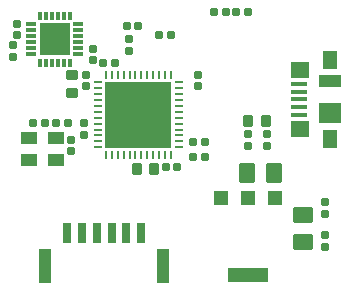
<source format=gbr>
%TF.GenerationSoftware,Altium Limited,Altium Designer,25.4.2 (15)*%
G04 Layer_Color=8421504*
%FSLAX45Y45*%
%MOMM*%
%TF.SameCoordinates,67C836F6-C9C3-4B7B-B257-39D1A88473F1*%
%TF.FilePolarity,Positive*%
%TF.FileFunction,Paste,Top*%
%TF.Part,Single*%
G01*
G75*
%TA.AperFunction,SMDPad,CuDef*%
%ADD10R,0.65000X1.70000*%
%ADD11R,1.00000X2.90000*%
%ADD12R,3.50000X1.25000*%
%ADD13R,1.25000X1.25000*%
%ADD14R,5.60000X5.60000*%
%ADD15O,0.25000X0.80000*%
%ADD16O,0.80000X0.25000*%
%TA.AperFunction,ConnectorPad*%
%ADD17R,1.38000X0.45000*%
%ADD18R,1.55000X1.42500*%
%ADD19R,1.90000X1.00000*%
%ADD20R,1.90000X1.80000*%
%ADD21R,1.30000X1.65000*%
%TA.AperFunction,SMDPad,CuDef*%
%ADD22R,2.60000X2.70000*%
%ADD23R,0.35000X0.80000*%
%ADD24R,0.85000X0.35000*%
G04:AMPARAMS|DCode=25|XSize=0.6mm|YSize=0.7mm|CornerRadius=0.075mm|HoleSize=0mm|Usage=FLASHONLY|Rotation=270.000|XOffset=0mm|YOffset=0mm|HoleType=Round|Shape=RoundedRectangle|*
%AMROUNDEDRECTD25*
21,1,0.60000,0.55000,0,0,270.0*
21,1,0.45000,0.70000,0,0,270.0*
1,1,0.15000,-0.27500,-0.22500*
1,1,0.15000,-0.27500,0.22500*
1,1,0.15000,0.27500,0.22500*
1,1,0.15000,0.27500,-0.22500*
%
%ADD25ROUNDEDRECTD25*%
G04:AMPARAMS|DCode=26|XSize=1.4mm|YSize=1.7mm|CornerRadius=0.175mm|HoleSize=0mm|Usage=FLASHONLY|Rotation=180.000|XOffset=0mm|YOffset=0mm|HoleType=Round|Shape=RoundedRectangle|*
%AMROUNDEDRECTD26*
21,1,1.40000,1.35000,0,0,180.0*
21,1,1.05000,1.70000,0,0,180.0*
1,1,0.35000,-0.52500,0.67500*
1,1,0.35000,0.52500,0.67500*
1,1,0.35000,0.52500,-0.67500*
1,1,0.35000,-0.52500,-0.67500*
%
%ADD26ROUNDEDRECTD26*%
G04:AMPARAMS|DCode=27|XSize=0.8mm|YSize=1mm|CornerRadius=0.1mm|HoleSize=0mm|Usage=FLASHONLY|Rotation=0.000|XOffset=0mm|YOffset=0mm|HoleType=Round|Shape=RoundedRectangle|*
%AMROUNDEDRECTD27*
21,1,0.80000,0.80000,0,0,0.0*
21,1,0.60000,1.00000,0,0,0.0*
1,1,0.20000,0.30000,-0.40000*
1,1,0.20000,-0.30000,-0.40000*
1,1,0.20000,-0.30000,0.40000*
1,1,0.20000,0.30000,0.40000*
%
%ADD27ROUNDEDRECTD27*%
G04:AMPARAMS|DCode=28|XSize=0.8mm|YSize=1mm|CornerRadius=0.1mm|HoleSize=0mm|Usage=FLASHONLY|Rotation=90.000|XOffset=0mm|YOffset=0mm|HoleType=Round|Shape=RoundedRectangle|*
%AMROUNDEDRECTD28*
21,1,0.80000,0.80000,0,0,90.0*
21,1,0.60000,1.00000,0,0,90.0*
1,1,0.20000,0.40000,0.30000*
1,1,0.20000,0.40000,-0.30000*
1,1,0.20000,-0.40000,-0.30000*
1,1,0.20000,-0.40000,0.30000*
%
%ADD28ROUNDEDRECTD28*%
G04:AMPARAMS|DCode=29|XSize=1.4mm|YSize=1.7mm|CornerRadius=0.175mm|HoleSize=0mm|Usage=FLASHONLY|Rotation=270.000|XOffset=0mm|YOffset=0mm|HoleType=Round|Shape=RoundedRectangle|*
%AMROUNDEDRECTD29*
21,1,1.40000,1.35000,0,0,270.0*
21,1,1.05000,1.70000,0,0,270.0*
1,1,0.35000,-0.67500,-0.52500*
1,1,0.35000,-0.67500,0.52500*
1,1,0.35000,0.67500,0.52500*
1,1,0.35000,0.67500,-0.52500*
%
%ADD29ROUNDEDRECTD29*%
G04:AMPARAMS|DCode=30|XSize=0.6mm|YSize=0.7mm|CornerRadius=0.075mm|HoleSize=0mm|Usage=FLASHONLY|Rotation=0.000|XOffset=0mm|YOffset=0mm|HoleType=Round|Shape=RoundedRectangle|*
%AMROUNDEDRECTD30*
21,1,0.60000,0.55000,0,0,0.0*
21,1,0.45000,0.70000,0,0,0.0*
1,1,0.15000,0.22500,-0.27500*
1,1,0.15000,-0.22500,-0.27500*
1,1,0.15000,-0.22500,0.27500*
1,1,0.15000,0.22500,0.27500*
%
%ADD30ROUNDEDRECTD30*%
G04:AMPARAMS|DCode=32|XSize=1.3mm|YSize=1.1mm|CornerRadius=0.055mm|HoleSize=0mm|Usage=FLASHONLY|Rotation=0.000|XOffset=0mm|YOffset=0mm|HoleType=Round|Shape=RoundedRectangle|*
%AMROUNDEDRECTD32*
21,1,1.30000,0.99000,0,0,0.0*
21,1,1.19000,1.10000,0,0,0.0*
1,1,0.11000,0.59500,-0.49500*
1,1,0.11000,-0.59500,-0.49500*
1,1,0.11000,-0.59500,0.49500*
1,1,0.11000,0.59500,0.49500*
%
%ADD32ROUNDEDRECTD32*%
D10*
X9047500Y6500000D02*
D03*
X9172500D02*
D03*
X9422500D02*
D03*
X9547500D02*
D03*
X9297500D02*
D03*
X9672500D02*
D03*
D11*
X8862500Y6220000D02*
D03*
X9857500D02*
D03*
D12*
X10580000Y6140500D02*
D03*
D13*
X10351000Y6799500D02*
D03*
X10580000D02*
D03*
X10809000D02*
D03*
D14*
X9650000Y7500000D02*
D03*
D15*
X9375000Y7840000D02*
D03*
X9425000D02*
D03*
X9475000D02*
D03*
X9525000D02*
D03*
X9575000D02*
D03*
X9625000D02*
D03*
X9675000D02*
D03*
X9725000D02*
D03*
X9775000D02*
D03*
X9825000D02*
D03*
X9875000D02*
D03*
X9925000D02*
D03*
Y7160000D02*
D03*
X9875000D02*
D03*
X9825000D02*
D03*
X9775000D02*
D03*
X9725000D02*
D03*
X9675000D02*
D03*
X9625000D02*
D03*
X9575000D02*
D03*
X9525000D02*
D03*
X9475000D02*
D03*
X9425000D02*
D03*
X9375000D02*
D03*
D16*
X9990000Y7775000D02*
D03*
Y7725000D02*
D03*
Y7675000D02*
D03*
Y7625000D02*
D03*
Y7575000D02*
D03*
Y7525000D02*
D03*
Y7475000D02*
D03*
Y7425000D02*
D03*
Y7375000D02*
D03*
Y7325000D02*
D03*
Y7275000D02*
D03*
Y7225000D02*
D03*
X9310000D02*
D03*
Y7275000D02*
D03*
Y7325000D02*
D03*
Y7375000D02*
D03*
Y7425000D02*
D03*
Y7475000D02*
D03*
Y7525000D02*
D03*
Y7575000D02*
D03*
Y7625000D02*
D03*
Y7675000D02*
D03*
Y7725000D02*
D03*
Y7775000D02*
D03*
D17*
X11009000Y7760000D02*
D03*
Y7695000D02*
D03*
Y7630000D02*
D03*
Y7565000D02*
D03*
Y7500000D02*
D03*
D18*
X11017500Y7878750D02*
D03*
Y7381250D02*
D03*
D19*
X11275000Y7785000D02*
D03*
D20*
Y7515000D02*
D03*
D21*
Y7967500D02*
D03*
Y7292500D02*
D03*
D22*
X8941680Y8139820D02*
D03*
D23*
X8816680Y7939820D02*
D03*
X8866680D02*
D03*
X8916680D02*
D03*
X8966680D02*
D03*
X9016680D02*
D03*
X9066680D02*
D03*
X8816680Y8339820D02*
D03*
X8866680D02*
D03*
X8916680D02*
D03*
X8966680D02*
D03*
X9016680D02*
D03*
X9066680D02*
D03*
D24*
X9139180Y8014820D02*
D03*
Y8064820D02*
D03*
Y8114820D02*
D03*
Y8164820D02*
D03*
Y8214820D02*
D03*
Y8264820D02*
D03*
X8744180Y8014820D02*
D03*
Y8064820D02*
D03*
Y8114820D02*
D03*
Y8164820D02*
D03*
Y8214820D02*
D03*
Y8264820D02*
D03*
D25*
X11230000Y6660000D02*
D03*
Y6760000D02*
D03*
X9210000Y7840000D02*
D03*
Y7740000D02*
D03*
X11230000Y6380000D02*
D03*
Y6480000D02*
D03*
X10574300Y7335560D02*
D03*
Y7235560D02*
D03*
X10734300Y7335560D02*
D03*
Y7235560D02*
D03*
X9261680Y8059820D02*
D03*
Y7959820D02*
D03*
X8620760Y8271980D02*
D03*
Y8171980D02*
D03*
X8590000Y8090000D02*
D03*
Y7990000D02*
D03*
X9080000Y7190000D02*
D03*
Y7290000D02*
D03*
X9570000Y8040000D02*
D03*
Y8140000D02*
D03*
X9190000Y7330000D02*
D03*
Y7430000D02*
D03*
X10150000Y7840000D02*
D03*
Y7740000D02*
D03*
D26*
X10794300Y7010000D02*
D03*
X10565700D02*
D03*
D27*
X9635000Y7040000D02*
D03*
X9785000D02*
D03*
X10579300Y7445560D02*
D03*
X10729300D02*
D03*
D28*
X9090000Y7685000D02*
D03*
Y7835000D02*
D03*
D29*
X11040000Y6654300D02*
D03*
Y6425700D02*
D03*
D30*
X9650000Y8250000D02*
D03*
X9550000D02*
D03*
X9828060Y8176260D02*
D03*
X9928060D02*
D03*
X10210000Y7140000D02*
D03*
X10110000D02*
D03*
X10210000Y7270000D02*
D03*
X10110000D02*
D03*
X8760000Y7430000D02*
D03*
X8860000D02*
D03*
X10580000Y8370000D02*
D03*
X10480000D02*
D03*
X9050000Y7430000D02*
D03*
X8950000D02*
D03*
X10390000Y8370000D02*
D03*
X10290000D02*
D03*
X9980000Y7060000D02*
D03*
X9880000D02*
D03*
X9350000Y7940000D02*
D03*
X9450000D02*
D03*
D32*
X8955000Y7115000D02*
D03*
Y7305000D02*
D03*
X8725000Y7115000D02*
D03*
Y7305000D02*
D03*
%TF.MD5,abb586f67d68e54ad80fe17175782885*%
M02*

</source>
